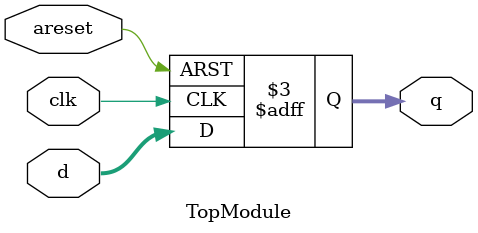
<source format=v>
module TopModule(
    input clk,
    input areset,
    input [7:0] d,
    output reg [7:0] q
);
    // Initialize output to zero for simulation
    initial begin : blk_1
        q = 8'b0;
    end
    
    // 8 D flip-flops with active high asynchronous reset
    always @(posedge clk or posedge areset) begin : blk_2
        if (areset)
            q <= 8'b0;      // Asynchronous reset to 0
        else
            q <= d;         // Capture input on positive clock edge
    end

endmodule

</source>
